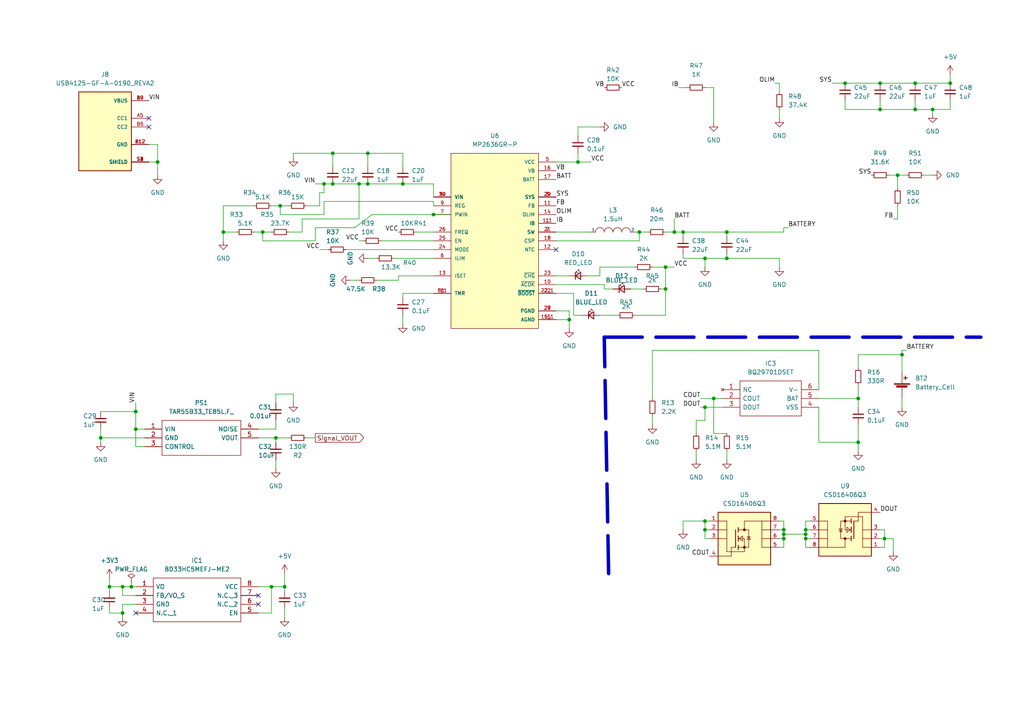
<source format=kicad_sch>
(kicad_sch (version 20211123) (generator eeschema)
  (paper "A4")
  (lib_symbols
    (symbol "BD33HC5MEFJ-ME2:BD33HC5MEFJ-ME2" (pin_names (offset 0.762))
      (property "Reference" "IC" (at 31.75 7.62 0))
      (property "Value" "BD33HC5MEFJ-ME2" (at 31.75 5.08 0))
      (symbol "BD33HC5MEFJ-ME2_0_0"
        (pin passive line (at 0 0 0) (length 5.08) (name "VO") (number "1"))
        (pin passive line (at 0 -2.54 0) (length 5.08) (name "FB/VO_S") (number "2"))
        (pin passive line (at 0 -5.08 0) (length 5.08) (name "GND") (number "3"))
        (pin passive line (at 0 -7.62 0) (length 5.08) (name "N.C._1") (number "4"))
        (pin passive line (at 35.56 -7.62 180) (length 5.08) (name "EN") (number "5"))
        (pin passive line (at 35.56 -5.08 180) (length 5.08) (name "N.C._2") (number "6"))
        (pin passive line (at 35.56 -2.54 180) (length 5.08) (name "N.C._3") (number "7"))
        (pin passive line (at 35.56 0 180) (length 5.08) (name "VCC") (number "8"))
      )
      (symbol "BD33HC5MEFJ-ME2_0_1"
        (polyline (pts (xy 5.08 2.54) (xy 30.48 2.54) (xy 30.48 -10.16) (xy 5.08 -10.16) (xy 5.08 2.54)) (stroke (width 0.1524)))
      )
    )
    (symbol "BQ29701DSET:BQ29701DSET" (pin_names (offset 0.762))
      (property "Reference" "IC" (at 24.13 7.62 0))
      (property "Value" "BQ29701DSET" (at 24.13 5.08 0))
      (symbol "BQ29701DSET_0_0"
        (pin no_connect line (at 0 0 0) (length 5.08) (name "NC") (number "1"))
        (pin passive line (at 0 -2.54 0) (length 5.08) (name "COUT") (number "2"))
        (pin passive line (at 0 -5.08 0) (length 5.08) (name "DOUT") (number "3"))
        (pin passive line (at 27.94 -5.08 180) (length 5.08) (name "VSS") (number "4"))
        (pin passive line (at 27.94 -2.54 180) (length 5.08) (name "BAT") (number "5"))
        (pin passive line (at 27.94 0 180) (length 5.08) (name "V-") (number "6"))
      )
      (symbol "BQ29701DSET_0_1"
        (polyline (pts (xy 5.08 2.54) (xy 22.86 2.54) (xy 22.86 -7.62) (xy 5.08 -7.62) (xy 5.08 2.54)) (stroke (width 0.1524)))
      )
    )
    (symbol "CSD16406Q3:CSD16406Q3" (pin_names (offset 1.016) hide)
      (property "Reference" "U" (at -7.62 8.382 0))
      (property "Value" "CSD16406Q3" (at -7.62 -8.382 0))
      (symbol "CSD16406Q3_0_0"
        (rectangle (start -7.62 -7.62) (end 7.62 7.62) (stroke (width 0.254)) (fill (type background)))
        (circle (center 0 -2.54) (radius 0.2032) (stroke (width 0.4064)))
        (polyline (pts (xy -7.62 -5.08) (xy -3.81 -5.08)) (stroke (width 0.1524)))
        (polyline (pts (xy -7.62 2.54) (xy -5.08 2.54)) (stroke (width 0.1524)))
        (polyline (pts (xy -7.62 5.08) (xy -5.08 5.08)) (stroke (width 0.1524)))
        (polyline (pts (xy -5.08 -3.81) (xy 0 -3.81)) (stroke (width 0.1524)))
        (polyline (pts (xy -5.08 0) (xy -7.62 0)) (stroke (width 0.1524)))
        (polyline (pts (xy -5.08 0) (xy -5.08 -3.81)) (stroke (width 0.1524)))
        (polyline (pts (xy -5.08 2.54) (xy -5.08 0)) (stroke (width 0.1524)))
        (polyline (pts (xy -5.08 5.08) (xy -5.08 2.54)) (stroke (width 0.1524)))
        (polyline (pts (xy -3.81 -5.08) (xy -3.81 -2.54)) (stroke (width 0.1524)))
        (polyline (pts (xy -3.81 -2.54) (xy -2.54 -2.54)) (stroke (width 0.1524)))
        (polyline (pts (xy -2.54 2.54) (xy -2.54 -2.54)) (stroke (width 0.254)))
        (polyline (pts (xy -1.778 -2.54) (xy -1.778 -3.175)) (stroke (width 0.254)))
        (polyline (pts (xy -1.778 -1.905) (xy -1.778 -2.54)) (stroke (width 0.254)))
        (polyline (pts (xy -1.778 0) (xy -1.778 -0.762)) (stroke (width 0.254)))
        (polyline (pts (xy -1.778 0) (xy 0 0)) (stroke (width 0.1524)))
        (polyline (pts (xy -1.778 0.762) (xy -1.778 0)) (stroke (width 0.254)))
        (polyline (pts (xy -1.778 2.54) (xy -1.778 1.905)) (stroke (width 0.254)))
        (polyline (pts (xy -1.778 2.54) (xy 0 2.54)) (stroke (width 0.1524)))
        (polyline (pts (xy -1.778 3.175) (xy -1.778 2.54)) (stroke (width 0.254)))
        (polyline (pts (xy 0 -3.81) (xy 0 -2.54)) (stroke (width 0.1524)))
        (polyline (pts (xy 0 -2.54) (xy -1.778 -2.54)) (stroke (width 0.1524)))
        (polyline (pts (xy 0 -2.54) (xy 1.27 -2.54)) (stroke (width 0.1524)))
        (polyline (pts (xy 0 0) (xy 0 -2.54)) (stroke (width 0.1524)))
        (polyline (pts (xy 0 2.54) (xy 1.27 2.54)) (stroke (width 0.1524)))
        (polyline (pts (xy 0 5.08) (xy 0 2.54)) (stroke (width 0.1524)))
        (polyline (pts (xy 1.27 0.508) (xy 0.762 0.508)) (stroke (width 0.1524)))
        (polyline (pts (xy 1.27 0.508) (xy 1.27 -2.54)) (stroke (width 0.1524)))
        (polyline (pts (xy 1.27 2.54) (xy 1.27 0.508)) (stroke (width 0.1524)))
        (polyline (pts (xy 1.778 0.508) (xy 1.27 0.508)) (stroke (width 0.1524)))
        (polyline (pts (xy 5.08 -2.54) (xy 5.08 0)) (stroke (width 0.1524)))
        (polyline (pts (xy 5.08 -2.54) (xy 7.62 -2.54)) (stroke (width 0.1524)))
        (polyline (pts (xy 5.08 0) (xy 5.08 2.54)) (stroke (width 0.1524)))
        (polyline (pts (xy 5.08 0) (xy 7.62 0)) (stroke (width 0.1524)))
        (polyline (pts (xy 5.08 2.54) (xy 5.08 5.08)) (stroke (width 0.1524)))
        (polyline (pts (xy 5.08 2.54) (xy 7.62 2.54)) (stroke (width 0.1524)))
        (polyline (pts (xy 5.08 5.08) (xy 0 5.08)) (stroke (width 0.1524)))
        (polyline (pts (xy 5.08 5.08) (xy 7.62 5.08)) (stroke (width 0.1524)))
        (polyline (pts (xy -1.524 0) (xy -0.508 0.762) (xy -0.508 -0.762) (xy -1.524 0)) (stroke (width 0.1524)) (fill (type background)))
        (polyline (pts (xy 1.27 0.508) (xy 0.762 -0.254) (xy 1.778 -0.254) (xy 1.27 0.508)) (stroke (width 0.1524)) (fill (type background)))
        (circle (center 0 2.54) (radius 0.2032) (stroke (width 0.4064)))
        (pin passive line (at -10.16 5.08 0) (length 2.54) (name "~") (number "1"))
        (pin passive line (at -10.16 2.54 0) (length 2.54) (name "~") (number "2"))
        (pin passive line (at -10.16 0 0) (length 2.54) (name "~") (number "3"))
        (pin passive line (at -10.16 -5.08 0) (length 2.54) (name "~") (number "4"))
        (pin passive line (at 10.16 -2.54 180) (length 2.54) (name "~") (number "5"))
        (pin passive line (at 10.16 0 180) (length 2.54) (name "~") (number "6"))
        (pin passive line (at 10.16 2.54 180) (length 2.54) (name "~") (number "7"))
        (pin passive line (at 10.16 5.08 180) (length 2.54) (name "~") (number "8"))
      )
    )
    (symbol "Device:Battery_Cell" (pin_numbers hide) (pin_names (offset 0) hide)
      (property "Reference" "BT" (at 2.54 2.54 0))
      (property "Value" "Battery_Cell" (at 2.54 0 0))
      (symbol "Battery_Cell_0_1"
        (rectangle (start -2.286 1.778) (end 2.286 1.524) (fill (type outline)))
        (rectangle (start -1.5748 1.1938) (end 1.4732 0.6858) (fill (type outline)))
        (polyline (pts (xy 0 0.762) (xy 0 0)))
        (polyline (pts (xy 0 1.778) (xy 0 2.54)))
        (polyline (pts (xy 0.508 3.429) (xy 1.524 3.429)) (stroke (width 0.254)))
        (polyline (pts (xy 1.016 3.937) (xy 1.016 2.921)) (stroke (width 0.254)))
      )
      (symbol "Battery_Cell_1_1"
        (pin passive line (at 0 5.08 270) (length 2.54) (name "+") (number "1"))
        (pin passive line (at 0 -2.54 90) (length 2.54) (name "-") (number "2"))
      )
    )
    (symbol "Device:C_Small" (pin_numbers hide) (pin_names (offset 0.254) hide)
      (property "Reference" "C" (at 0.254 1.778 0))
      (property "Value" "C_Small" (at 0.254 -2.032 0))
      (symbol "C_Small_0_1"
        (polyline (pts (xy -1.524 -0.508) (xy 1.524 -0.508)) (stroke (width 0.3302)))
        (polyline (pts (xy -1.524 0.508) (xy 1.524 0.508)) (stroke (width 0.3048)))
      )
      (symbol "C_Small_1_1"
        (pin passive line (at 0 2.54 270) (length 2.032) (name "~") (number "1"))
        (pin passive line (at 0 -2.54 90) (length 2.032) (name "~") (number "2"))
      )
    )
    (symbol "Device:LED_Small" (pin_numbers hide) (pin_names (offset 0.254) hide)
      (property "Reference" "D" (at -1.27 3.175 0))
      (property "Value" "LED_Small" (at -4.445 -2.54 0))
      (symbol "LED_Small_0_1"
        (polyline (pts (xy -0.762 -1.016) (xy -0.762 1.016)) (stroke (width 0.254)))
        (polyline (pts (xy 1.016 0) (xy -0.762 0)))
        (polyline (pts (xy 0.762 -1.016) (xy -0.762 0) (xy 0.762 1.016) (xy 0.762 -1.016)) (stroke (width 0.254)))
        (polyline (pts (xy 0 0.762) (xy -0.508 1.27) (xy -0.254 1.27) (xy -0.508 1.27) (xy -0.508 1.016)))
        (polyline (pts (xy 0.508 1.27) (xy 0 1.778) (xy 0.254 1.778) (xy 0 1.778) (xy 0 1.524)))
      )
      (symbol "LED_Small_1_1"
        (pin passive line (at -2.54 0 0) (length 1.778) (name "K") (number "1"))
        (pin passive line (at 2.54 0 180) (length 1.778) (name "A") (number "2"))
      )
    )
    (symbol "Device:R_Small" (pin_numbers hide) (pin_names (offset 0.254) hide)
      (property "Reference" "R" (at 0.762 0.508 0))
      (property "Value" "R_Small" (at 0.762 -1.016 0))
      (symbol "R_Small_0_1"
        (rectangle (start -0.762 1.778) (end 0.762 -1.778) (stroke (width 0.2032)))
      )
      (symbol "R_Small_1_1"
        (pin passive line (at 0 2.54 270) (length 0.762) (name "~") (number "1"))
        (pin passive line (at 0 -2.54 90) (length 0.762) (name "~") (number "2"))
      )
    )
    (symbol "MP2636GR-P:MP2636GR-P" (pin_names (offset 1.016))
      (property "Reference" "U" (at -12.7 25.908 0))
      (property "Value" "MP2636GR-P" (at -12.7 -27.94 0))
      (symbol "MP2636GR-P_0_0"
        (rectangle (start -12.7 -25.4) (end 12.7 25.4) (stroke (width 0.1524)) (fill (type background)))
        (pin passive line (at 17.78 5.08 180) (length 5.08) (name "IB") (number "1"))
        (pin output line (at 17.78 -12.7 180) (length 5.08) (name "~{ACOK}") (number "10"))
        (pin input line (at 17.78 10.16 180) (length 5.08) (name "FB") (number "11"))
        (pin passive line (at 17.78 -2.54 180) (length 5.08) (name "NTC") (number "12"))
        (pin input line (at -17.78 -10.16 0) (length 5.08) (name "ISET") (number "13"))
        (pin passive line (at 17.78 7.62 180) (length 5.08) (name "OLIM") (number "14"))
        (pin power_in line (at 17.78 -22.86 180) (length 5.08) (name "AGND") (number "15"))
        (pin power_in line (at 17.78 -22.86 180) (length 5.08) (name "AGND") (number "15_1"))
        (pin power_in line (at 17.78 20.32 180) (length 5.08) (name "VB") (number "16"))
        (pin power_in line (at 17.78 17.78 180) (length 5.08) (name "BATT") (number "17"))
        (pin input line (at 17.78 0 180) (length 5.08) (name "CSP") (number "18"))
        (pin input line (at -17.78 12.7 0) (length 5.08) (name "VIN") (number "19"))
        (pin passive line (at 17.78 5.08 180) (length 5.08) (name "IB") (number "1_1"))
        (pin output line (at 17.78 2.54 180) (length 5.08) (name "SW") (number "2"))
        (pin output line (at 17.78 12.7 180) (length 5.08) (name "SYS") (number "20"))
        (pin output line (at 17.78 2.54 180) (length 5.08) (name "SW") (number "21"))
        (pin output line (at 17.78 -15.24 180) (length 5.08) (name "~{BOOST}") (number "22"))
        (pin output line (at 17.78 -15.24 180) (length 5.08) (name "~{BOOST}") (number "22_1"))
        (pin output line (at 17.78 -10.16 180) (length 5.08) (name "~{CHG}") (number "23"))
        (pin input line (at -17.78 -2.54 0) (length 5.08) (name "MODE") (number "24"))
        (pin input line (at -17.78 0 0) (length 5.08) (name "EN") (number "25"))
        (pin input line (at -17.78 2.54 0) (length 5.08) (name "FREQ") (number "26"))
        (pin power_in line (at 17.78 -20.32 180) (length 5.08) (name "PGND") (number "27"))
        (pin power_in line (at 17.78 -20.32 180) (length 5.08) (name "PGND") (number "28"))
        (pin output line (at 17.78 12.7 180) (length 5.08) (name "SYS") (number "29"))
        (pin output line (at 17.78 12.7 180) (length 5.08) (name "SYS") (number "3"))
        (pin input line (at -17.78 12.7 0) (length 5.08) (name "VIN") (number "30"))
        (pin input line (at -17.78 12.7 0) (length 5.08) (name "VIN") (number "4"))
        (pin power_in line (at 17.78 22.86 180) (length 5.08) (name "VCC") (number "5"))
        (pin input line (at -17.78 -5.08 0) (length 5.08) (name "ILIM") (number "6"))
        (pin input line (at -17.78 7.62 0) (length 5.08) (name "PWIN") (number "7"))
        (pin input line (at -17.78 -15.24 0) (length 5.08) (name "TMR") (number "8"))
        (pin input line (at -17.78 -15.24 0) (length 5.08) (name "TMR") (number "8_1"))
        (pin input line (at -17.78 10.16 0) (length 5.08) (name "REG") (number "9"))
      )
    )
    (symbol "TAR5SB33_TE85L_F_:TAR5SB33_TE85L,F_" (pin_names (offset 0.762))
      (property "Reference" "PS" (at 29.21 7.62 0))
      (property "Value" "TAR5SB33_TE85L,F_" (at 29.21 5.08 0))
      (symbol "TAR5SB33_TE85L,F__0_0"
        (pin passive line (at 0 0 0) (length 5.08) (name "VIN") (number "1"))
        (pin passive line (at 0 -2.54 0) (length 5.08) (name "GND") (number "2"))
        (pin passive line (at 0 -5.08 0) (length 5.08) (name "CONTROL") (number "3"))
        (pin passive line (at 33.02 0 180) (length 5.08) (name "NOISE") (number "4"))
        (pin passive line (at 33.02 -2.54 180) (length 5.08) (name "VOUT") (number "5"))
      )
      (symbol "TAR5SB33_TE85L,F__0_1"
        (polyline (pts (xy 5.08 2.54) (xy 27.94 2.54) (xy 27.94 -7.62) (xy 5.08 -7.62) (xy 5.08 2.54)) (stroke (width 0.1524)))
      )
    )
    (symbol "USB4125-GF-A-0190_REVA2:USB4125-GF-A-0190_REVA2" (pin_names (offset 1.016))
      (property "Reference" "J" (at -7.62 10.922 0))
      (property "Value" "USB4125-GF-A-0190_REVA2" (at -7.62 -13.462 0))
      (symbol "USB4125-GF-A-0190_REVA2_0_0"
        (rectangle (start -7.62 -12.7) (end 7.62 10.16) (stroke (width 0.254)) (fill (type background)))
        (pin power_in line (at -12.7 -5.08 0) (length 5.08) (name "GND") (number "A12"))
        (pin bidirectional line (at -12.7 2.54 0) (length 5.08) (name "CC1") (number "A5"))
        (pin power_in line (at -12.7 7.62 0) (length 5.08) (name "VBUS") (number "A9"))
        (pin power_in line (at -12.7 -5.08 0) (length 5.08) (name "GND") (number "B12"))
        (pin bidirectional line (at -12.7 0 0) (length 5.08) (name "CC2") (number "B5"))
        (pin power_in line (at -12.7 7.62 0) (length 5.08) (name "VBUS") (number "B9"))
        (pin passive line (at -12.7 -10.16 0) (length 5.08) (name "SHIELD") (number "S1"))
        (pin passive line (at -12.7 -10.16 0) (length 5.08) (name "SHIELD") (number "S2"))
        (pin passive line (at -12.7 -10.16 0) (length 5.08) (name "SHIELD") (number "S3"))
        (pin passive line (at -12.7 -10.16 0) (length 5.08) (name "SHIELD") (number "S4"))
      )
    )
    (symbol "power:+3.3V" (power) (pin_names (offset 0))
      (property "Value" "+3.3V" (at 0 3.556 0))
      (symbol "+3.3V_0_1"
        (polyline (pts (xy -0.762 1.27) (xy 0 2.54)))
        (polyline (pts (xy 0 0) (xy 0 2.54)))
        (polyline (pts (xy 0 2.54) (xy 0.762 1.27)))
      )
      (symbol "+3.3V_1_1"
        (pin power_in line (at 0 0 90) (length 0) hide (name "+3V3") (number "1"))
      )
    )
    (symbol "power:+5V" (power) (pin_names (offset 0))
      (property "Value" "+5V" (at 0 3.556 0))
      (symbol "+5V_0_1"
        (polyline (pts (xy -0.762 1.27) (xy 0 2.54)))
        (polyline (pts (xy 0 0) (xy 0 2.54)))
        (polyline (pts (xy 0 2.54) (xy 0.762 1.27)))
      )
      (symbol "+5V_1_1"
        (pin power_in line (at 0 0 90) (length 0) hide (name "+5V") (number "1"))
      )
    )
    (symbol "power:GND" (power) (pin_names (offset 0))
      (property "Value" "GND" (at 0 -3.81 0))
      (symbol "GND_0_1"
        (polyline (pts (xy 0 0) (xy 0 -1.27) (xy 1.27 -1.27) (xy 0 -2.54) (xy -1.27 -1.27) (xy 0 -1.27)))
      )
      (symbol "GND_1_1"
        (pin power_in line (at 0 0 270) (length 0) hide (name "GND") (number "1"))
      )
    )
    (symbol "power:PWR_FLAG" (power) (pin_numbers hide) (pin_names (offset 0) hide)
      (property "Value" "PWR_FLAG" (at 0 3.81 0))
      (symbol "PWR_FLAG_0_0"
        (pin power_out line (at 0 0 90) (length 0) (name "pwr") (number "1"))
      )
      (symbol "PWR_FLAG_0_1"
        (polyline (pts (xy 0 0) (xy 0 1.27) (xy -1.016 1.905) (xy 0 2.54) (xy 1.016 1.905) (xy 0 1.27)))
      )
    )
    (symbol "pspice:INDUCTOR" (pin_numbers hide) (pin_names (offset 0))
      (property "Reference" "L" (at 0 2.54 0))
      (property "Value" "INDUCTOR" (at 0 -1.27 0))
      (symbol "INDUCTOR_0_1"
        (arc (start -2.54 0) (mid -3.81 1.27) (end -5.08 0))
        (arc (start 0 0) (mid -1.27 1.27) (end -2.54 0))
        (arc (start 2.54 0) (mid 1.27 1.27) (end 0 0))
        (arc (start 5.08 0) (mid 3.81 1.27) (end 2.54 0))
      )
      (symbol "INDUCTOR_1_1"
        (pin input line (at -6.35 0 0) (length 1.27) (name "1") (number "1"))
        (pin input line (at 6.35 0 180) (length 1.27) (name "2") (number "2"))
      )
    )
  )
  (junction (at 39.37 124.46))
  (junction (at 204.47 74.93))
  (junction (at 185.42 67.31))
  (junction (at 193.04 83.82))
  (junction (at 210.82 67.31))
  (junction (at 165.1 92.71))
  (junction (at 38.1 170.18))
  (junction (at 248.92 115.57))
  (junction (at 80.01 127))
  (junction (at 260.35 50.8))
  (junction (at 31.75 170.18))
  (junction (at 207.01 115.57))
  (junction (at 45.72 46.99))
  (junction (at 39.37 119.38))
  (junction (at 270.51 31.75))
  (junction (at 233.68 154.94))
  (junction (at 81.28 59.69))
  (junction (at 195.58 67.31))
  (junction (at 198.12 67.31))
  (junction (at 265.43 31.75))
  (junction (at 245.11 24.13))
  (junction (at 167.64 46.99))
  (junction (at 78.74 170.18))
  (junction (at 96.52 44.45))
  (junction (at 233.68 156.21))
  (junction (at 210.82 74.93))
  (junction (at 116.84 53.34))
  (junction (at 248.92 128.27))
  (junction (at 35.56 170.18))
  (junction (at 204.47 151.13))
  (junction (at 255.27 24.13))
  (junction (at 106.68 44.45))
  (junction (at 82.55 170.18))
  (junction (at 106.68 53.34))
  (junction (at 125.73 62.23))
  (junction (at 227.33 156.21))
  (junction (at 265.43 24.13))
  (junction (at 193.04 77.47))
  (junction (at 64.77 67.31))
  (junction (at 93.98 53.34))
  (junction (at 255.27 31.75))
  (junction (at 261.62 102.87))
  (junction (at 233.68 153.67))
  (junction (at 227.33 154.94))
  (junction (at 96.52 53.34))
  (junction (at 256.54 156.21))
  (junction (at 104.14 53.34))
  (junction (at 76.2 67.31))
  (junction (at 227.33 153.67))
  (junction (at 35.56 177.8))
  (junction (at 204.47 118.11))
  (junction (at 204.47 153.67))
  (junction (at 275.59 24.13))
  (junction (at 29.21 127))
  (no_connect (at 39.37 177.8))
  (no_connect (at 74.93 175.26))
  (no_connect (at 161.29 72.39))
  (no_connect (at 74.93 172.72))
  (no_connect (at 43.18 36.83))
  (no_connect (at 43.18 34.29))
  (wire (pts (xy 64.77 59.69) (xy 73.66 59.69)))
  (wire (pts (xy 31.75 170.18) (xy 35.56 170.18)))
  (wire (pts (xy 195.58 63.5) (xy 195.58 67.31)))
  (wire (pts (xy 29.21 127) (xy 41.91 127)))
  (wire (pts (xy 41.91 124.46) (xy 39.37 124.46)))
  (wire (pts (xy 204.47 156.21) (xy 205.74 156.21)))
  (wire (pts (xy 193.04 67.31) (xy 195.58 67.31)))
  (wire (pts (xy 189.23 77.47) (xy 193.04 77.47)))
  (wire (pts (xy 233.68 151.13) (xy 234.95 151.13)))
  (wire (pts (xy 233.68 151.13) (xy 233.68 153.67)))
  (wire (pts (xy 227.33 151.13) (xy 227.33 153.67)))
  (wire (pts (xy 265.43 31.75) (xy 270.51 31.75)))
  (wire (pts (xy 255.27 24.13) (xy 265.43 24.13)))
  (wire (pts (xy 104.14 63.5) (xy 104.14 53.34)))
  (wire (pts (xy 255.27 153.67) (xy 256.54 153.67)))
  (wire (pts (xy 237.49 128.27) (xy 248.92 128.27)))
  (wire (pts (xy 237.49 113.03) (xy 237.49 101.6)))
  (wire (pts (xy 109.22 74.93) (xy 106.68 74.93)))
  (wire (pts (xy 43.18 46.99) (xy 45.72 46.99)))
  (wire (pts (xy 106.68 53.34) (xy 116.84 53.34)))
  (wire (pts (xy 74.93 170.18) (xy 78.74 170.18)))
  (wire (pts (xy 91.44 66.04) (xy 91.44 69.85)))
  (wire (pts (xy 35.56 179.07) (xy 35.56 177.8)))
  (wire (pts (xy 260.35 50.8) (xy 260.35 54.61)))
  (wire (pts (xy 165.1 92.71) (xy 165.1 95.25)))
  (wire (pts (xy 257.81 50.8) (xy 260.35 50.8)))
  (wire (pts (xy 31.75 167.64) (xy 31.75 170.18)))
  (wire (pts (xy 265.43 29.21) (xy 265.43 31.75)))
  (wire (pts (xy 39.37 129.54) (xy 39.37 124.46)))
  (wire (pts (xy 210.82 67.31) (xy 198.12 67.31)))
  (wire (pts (xy 80.01 124.46) (xy 80.01 121.92)))
  (wire (pts (xy 198.12 74.93) (xy 204.47 74.93)))
  (wire (pts (xy 167.64 44.45) (xy 167.64 46.99)))
  (wire (pts (xy 233.68 153.67) (xy 233.68 154.94)))
  (wire (pts (xy 173.99 77.47) (xy 184.15 77.47)))
  (wire (pts (xy 85.09 44.45) (xy 96.52 44.45)))
  (wire (pts (xy 227.33 153.67) (xy 226.06 153.67)))
  (wire (pts (xy 64.77 67.31) (xy 64.77 69.85)))
  (wire (pts (xy 245.11 24.13) (xy 255.27 24.13)))
  (wire (pts (xy 92.71 72.39) (xy 95.25 72.39)))
  (wire (pts (xy 76.2 69.85) (xy 76.2 67.31)))
  (wire (pts (xy 204.47 153.67) (xy 205.74 153.67)))
  (wire (pts (xy 204.47 118.11) (xy 209.55 118.11)))
  (wire (pts (xy 93.98 62.23) (xy 81.28 62.23)))
  (wire (pts (xy 110.49 69.85) (xy 125.73 69.85)))
  (wire (pts (xy 248.92 128.27) (xy 248.92 130.81)))
  (wire (pts (xy 198.12 153.67) (xy 198.12 151.13)))
  (wire (pts (xy 198.12 67.31) (xy 198.12 68.58)))
  (wire (pts (xy 261.62 107.95) (xy 261.62 102.87)))
  (wire (pts (xy 201.93 130.81) (xy 201.93 133.35)))
  (wire (pts (xy 91.44 69.85) (xy 76.2 69.85)))
  (wire (pts (xy 80.01 127) (xy 80.01 128.27)))
  (wire (pts (xy 182.88 83.82) (xy 186.69 83.82)))
  (wire (pts (xy 227.33 66.04) (xy 228.6 66.04)))
  (wire (pts (xy 116.84 91.44) (xy 116.84 93.98)))
  (wire (pts (xy 201.93 121.92) (xy 204.47 121.92)))
  (wire (pts (xy 259.08 156.21) (xy 256.54 156.21)))
  (wire (pts (xy 203.2 118.11) (xy 204.47 118.11)))
  (wire (pts (xy 275.59 21.59) (xy 275.59 24.13)))
  (wire (pts (xy 78.74 170.18) (xy 82.55 170.18)))
  (wire (pts (xy 227.33 154.94) (xy 227.33 156.21)))
  (wire (pts (xy 170.18 80.01) (xy 173.99 80.01)))
  (wire (pts (xy 82.55 176.53) (xy 82.55 179.07)))
  (wire (pts (xy 68.58 67.31) (xy 64.77 67.31)))
  (wire (pts (xy 64.77 67.31) (xy 64.77 59.69)))
  (wire (pts (xy 74.93 124.46) (xy 80.01 124.46)))
  (wire (pts (xy 260.35 63.5) (xy 259.08 63.5)))
  (wire (pts (xy 224.79 24.13) (xy 226.06 24.13)))
  (wire (pts (xy 125.73 53.34) (xy 125.73 57.15)))
  (wire (pts (xy 78.74 177.8) (xy 78.74 170.18)))
  (wire (pts (xy 45.72 46.99) (xy 45.72 50.8)))
  (wire (pts (xy 210.82 130.81) (xy 210.82 133.35)))
  (wire (pts (xy 265.43 24.13) (xy 275.59 24.13)))
  (wire (pts (xy 193.04 83.82) (xy 191.77 83.82)))
  (wire (pts (xy 245.11 29.21) (xy 245.11 31.75)))
  (wire (pts (xy 198.12 151.13) (xy 204.47 151.13)))
  (wire (pts (xy 166.37 91.44) (xy 168.91 91.44)))
  (wire (pts (xy 237.49 118.11) (xy 237.49 128.27)))
  (wire (pts (xy 210.82 67.31) (xy 227.33 67.31)))
  (wire (pts (xy 204.47 74.93) (xy 204.47 77.47)))
  (wire (pts (xy 85.09 114.3) (xy 85.09 116.84)))
  (wire (pts (xy 193.04 77.47) (xy 193.04 83.82)))
  (wire (pts (xy 227.33 67.31) (xy 227.33 66.04)))
  (wire (pts (xy 207.01 25.4) (xy 207.01 35.56)))
  (wire (pts (xy 92.71 59.69) (xy 92.71 55.88)))
  (wire (pts (xy 76.2 67.31) (xy 78.74 67.31)))
  (wire (pts (xy 107.95 62.23) (xy 102.87 66.04)))
  (wire (pts (xy 233.68 158.75) (xy 234.95 158.75)))
  (wire (pts (xy 256.54 153.67) (xy 256.54 156.21)))
  (polyline (pts (xy 175.26 97.79) (xy 284.48 97.79)) (stroke (width 1)))
  (wire (pts (xy 261.62 115.57) (xy 261.62 118.11)))
  (wire (pts (xy 226.06 24.13) (xy 226.06 26.67)))
  (wire (pts (xy 161.29 85.09) (xy 166.37 85.09)))
  (wire (pts (xy 125.73 62.23) (xy 107.95 62.23)))
  (wire (pts (xy 104.14 69.85) (xy 105.41 69.85)))
  (wire (pts (xy 29.21 119.38) (xy 39.37 119.38)))
  (wire (pts (xy 114.3 74.93) (xy 125.73 74.93)))
  (wire (pts (xy 85.09 45.72) (xy 85.09 44.45)))
  (wire (pts (xy 175.26 83.82) (xy 177.8 83.82)))
  (wire (pts (xy 233.68 156.21) (xy 234.95 156.21)))
  (wire (pts (xy 198.12 73.66) (xy 198.12 74.93)))
  (wire (pts (xy 255.27 31.75) (xy 265.43 31.75)))
  (wire (pts (xy 248.92 115.57) (xy 248.92 118.11)))
  (wire (pts (xy 227.33 151.13) (xy 226.06 151.13)))
  (wire (pts (xy 45.72 41.91) (xy 45.72 46.99)))
  (wire (pts (xy 96.52 53.34) (xy 104.14 53.34)))
  (wire (pts (xy 96.52 44.45) (xy 106.68 44.45)))
  (wire (pts (xy 185.42 67.31) (xy 187.96 67.31)))
  (wire (pts (xy 82.55 166.37) (xy 82.55 170.18)))
  (wire (pts (xy 161.29 90.17) (xy 165.1 90.17)))
  (wire (pts (xy 173.99 91.44) (xy 179.07 91.44)))
  (wire (pts (xy 80.01 133.35) (xy 80.01 135.89)))
  (wire (pts (xy 31.75 171.45) (xy 31.75 170.18)))
  (wire (pts (xy 248.92 102.87) (xy 248.92 106.68)))
  (wire (pts (xy 260.35 59.69) (xy 260.35 63.5)))
  (wire (pts (xy 115.57 80.01) (xy 115.57 81.28)))
  (wire (pts (xy 210.82 125.73) (xy 207.01 125.73)))
  (wire (pts (xy 185.42 69.85) (xy 185.42 67.31)))
  (wire (pts (xy 184.15 91.44) (xy 193.04 91.44)))
  (wire (pts (xy 81.28 62.23) (xy 81.28 59.69)))
  (wire (pts (xy 106.68 44.45) (xy 116.84 44.45)))
  (wire (pts (xy 255.27 156.21) (xy 256.54 156.21)))
  (wire (pts (xy 196.85 25.4) (xy 199.39 25.4)))
  (wire (pts (xy 259.08 160.02) (xy 259.08 156.21)))
  (wire (pts (xy 248.92 111.76) (xy 248.92 115.57)))
  (wire (pts (xy 241.3 24.13) (xy 245.11 24.13)))
  (wire (pts (xy 227.33 153.67) (xy 227.33 154.94)))
  (wire (pts (xy 87.63 63.5) (xy 104.14 63.5)))
  (wire (pts (xy 195.58 67.31) (xy 198.12 67.31)))
  (wire (pts (xy 38.1 168.91) (xy 38.1 170.18)))
  (wire (pts (xy 35.56 172.72) (xy 35.56 170.18)))
  (wire (pts (xy 106.68 44.45) (xy 106.68 48.26)))
  (wire (pts (xy 260.35 50.8) (xy 262.89 50.8)))
  (wire (pts (xy 193.04 77.47) (xy 195.58 77.47)))
  (wire (pts (xy 175.26 82.55) (xy 175.26 83.82)))
  (wire (pts (xy 248.92 128.27) (xy 248.92 123.19)))
  (wire (pts (xy 167.64 36.83) (xy 173.99 36.83)))
  (wire (pts (xy 201.93 125.73) (xy 201.93 121.92)))
  (wire (pts (xy 35.56 170.18) (xy 38.1 170.18)))
  (wire (pts (xy 116.84 85.09) (xy 125.73 85.09)))
  (wire (pts (xy 100.33 72.39) (xy 125.73 72.39)))
  (wire (pts (xy 125.73 58.42) (xy 93.98 58.42)))
  (wire (pts (xy 125.73 58.42) (xy 125.73 59.69)))
  (wire (pts (xy 104.14 53.34) (xy 106.68 53.34)))
  (wire (pts (xy 78.74 59.69) (xy 81.28 59.69)))
  (wire (pts (xy 193.04 91.44) (xy 193.04 83.82)))
  (wire (pts (xy 267.97 50.8) (xy 270.51 50.8)))
  (wire (pts (xy 39.37 119.38) (xy 39.37 116.84)))
  (wire (pts (xy 226.06 74.93) (xy 226.06 77.47)))
  (wire (pts (xy 270.51 31.75) (xy 275.59 31.75)))
  (wire (pts (xy 74.93 127) (xy 80.01 127)))
  (wire (pts (xy 38.1 170.18) (xy 39.37 170.18)))
  (wire (pts (xy 39.37 124.46) (xy 39.37 119.38)))
  (wire (pts (xy 261.62 101.6) (xy 261.62 102.87)))
  (wire (pts (xy 81.28 59.69) (xy 83.82 59.69)))
  (wire (pts (xy 207.01 115.57) (xy 209.55 115.57)))
  (wire (pts (xy 43.18 41.91) (xy 45.72 41.91)))
  (wire (pts (xy 96.52 48.26) (xy 96.52 44.45)))
  (wire (pts (xy 88.9 59.69) (xy 92.71 59.69)))
  (wire (pts (xy 104.14 81.28) (xy 101.6 81.28)))
  (wire (pts (xy 233.68 156.21) (xy 233.68 158.75)))
  (wire (pts (xy 31.75 177.8) (xy 35.56 177.8)))
  (wire (pts (xy 35.56 172.72) (xy 39.37 172.72)))
  (wire (pts (xy 171.45 46.99) (xy 167.64 46.99)))
  (wire (pts (xy 116.84 86.36) (xy 116.84 85.09)))
  (wire (pts (xy 256.54 156.21) (xy 256.54 158.75)))
  (wire (pts (xy 275.59 31.75) (xy 275.59 29.21)))
  (wire (pts (xy 210.82 68.58) (xy 210.82 67.31)))
  (wire (pts (xy 166.37 85.09) (xy 166.37 91.44)))
  (wire (pts (xy 120.65 67.31) (xy 125.73 67.31)))
  (wire (pts (xy 227.33 154.94) (xy 233.68 154.94)))
  (wire (pts (xy 161.29 80.01) (xy 165.1 80.01)))
  (wire (pts (xy 227.33 156.21) (xy 226.06 156.21)))
  (wire (pts (xy 245.11 31.75) (xy 255.27 31.75)))
  (wire (pts (xy 255.27 29.21) (xy 255.27 31.75)))
  (wire (pts (xy 35.56 177.8) (xy 35.56 175.26)))
  (wire (pts (xy 35.56 175.26) (xy 39.37 175.26)))
  (wire (pts (xy 167.64 39.37) (xy 167.64 36.83)))
  (wire (pts (xy 204.47 153.67) (xy 204.47 156.21)))
  (wire (pts (xy 93.98 58.42) (xy 93.98 62.23)))
  (wire (pts (xy 210.82 74.93) (xy 210.82 73.66)))
  (wire (pts (xy 83.82 127) (xy 80.01 127)))
  (wire (pts (xy 102.87 66.04) (xy 91.44 66.04)))
  (wire (pts (xy 205.74 151.13) (xy 204.47 151.13)))
  (wire (pts (xy 204.47 151.13) (xy 204.47 153.67)))
  (wire (pts (xy 73.66 67.31) (xy 76.2 67.31)))
  (wire (pts (xy 83.82 67.31) (xy 87.63 67.31)))
  (wire (pts (xy 237.49 101.6) (xy 189.23 101.6)))
  (wire (pts (xy 115.57 81.28) (xy 109.22 81.28)))
  (wire (pts (xy 262.89 101.6) (xy 261.62 101.6)))
  (wire (pts (xy 161.29 67.31) (xy 171.45 67.31)))
  (wire (pts (xy 29.21 127) (xy 29.21 128.27)))
  (wire (pts (xy 161.29 82.55) (xy 175.26 82.55)))
  (wire (pts (xy 165.1 90.17) (xy 165.1 92.71)))
  (wire (pts (xy 80.01 114.3) (xy 85.09 114.3)))
  (wire (pts (xy 167.64 46.99) (xy 161.29 46.99)))
  (wire (pts (xy 80.01 116.84) (xy 80.01 114.3)))
  (wire (pts (xy 93.98 55.88) (xy 93.98 53.34)))
  (wire (pts (xy 203.2 115.57) (xy 207.01 115.57)))
  (wire (pts (xy 261.62 102.87) (xy 248.92 102.87)))
  (wire (pts (xy 82.55 171.45) (xy 82.55 170.18)))
  (wire (pts (xy 210.82 74.93) (xy 226.06 74.93)))
  (polyline (pts (xy 176.53 166.37) (xy 175.26 97.79)) (stroke (width 1)))
  (wire (pts (xy 91.44 53.34) (xy 93.98 53.34)))
  (wire (pts (xy 173.99 80.01) (xy 173.99 77.47)))
  (wire (pts (xy 130.81 62.23) (xy 125.73 62.23)))
  (wire (pts (xy 270.51 31.75) (xy 270.51 33.02)))
  (wire (pts (xy 116.84 44.45) (xy 116.84 48.26)))
  (wire (pts (xy 74.93 177.8) (xy 78.74 177.8)))
  (wire (pts (xy 125.73 80.01) (xy 115.57 80.01)))
  (wire (pts (xy 256.54 158.75) (xy 255.27 158.75)))
  (wire (pts (xy 237.49 115.57) (xy 248.92 115.57)))
  (wire (pts (xy 204.47 121.92) (xy 204.47 118.11)))
  (wire (pts (xy 161.29 69.85) (xy 185.42 69.85)))
  (wire (pts (xy 233.68 153.67) (xy 234.95 153.67)))
  (wire (pts (xy 41.91 129.54) (xy 39.37 129.54)))
  (wire (pts (xy 31.75 176.53) (xy 31.75 177.8)))
  (wire (pts (xy 189.23 101.6) (xy 189.23 115.57)))
  (wire (pts (xy 189.23 120.65) (xy 189.23 123.19)))
  (wire (pts (xy 92.71 55.88) (xy 93.98 55.88)))
  (wire (pts (xy 233.68 154.94) (xy 233.68 156.21)))
  (wire (pts (xy 165.1 92.71) (xy 161.29 92.71)))
  (wire (pts (xy 91.44 127) (xy 88.9 127)))
  (wire (pts (xy 184.15 67.31) (xy 185.42 67.31)))
  (wire (pts (xy 227.33 156.21) (xy 227.33 158.75)))
  (wire (pts (xy 204.47 25.4) (xy 207.01 25.4)))
  (wire (pts (xy 204.47 74.93) (xy 210.82 74.93)))
  (wire (pts (xy 207.01 125.73) (xy 207.01 115.57)))
  (wire (pts (xy 226.06 31.75) (xy 226.06 34.29)))
  (wire (pts (xy 87.63 67.31) (xy 87.63 63.5)))
  (wire (pts (xy 93.98 53.34) (xy 96.52 53.34)))
  (wire (pts (xy 227.33 158.75) (xy 226.06 158.75)))
  (wire (pts (xy 116.84 53.34) (xy 125.73 53.34)))
  (wire (pts (xy 29.21 124.46) (xy 29.21 127)))
  (label "COUT" (at 203.2 115.57 180))
  (label "OLIM" (at 161.29 62.23 0))
  (label "VCC" (at 171.45 46.99 0))
  (label "BATTERY" (at 228.6 66.04 0))
  (label "IB" (at 196.85 25.4 180))
  (label "VB" (at 161.29 49.53 0))
  (label "DOUT" (at 203.2 118.11 180))
  (label "BATT" (at 195.58 63.5 0))
  (label "VCC" (at 195.58 77.47 0))
  (label "VCC" (at 115.57 67.31 180))
  (label "IB" (at 161.29 64.77 0))
  (label "BATTERY" (at 262.89 101.6 0))
  (label "SYS" (at 161.29 57.15 0))
  (label "VIN" (at 43.18 29.21 0))
  (label "SYS" (at 252.73 50.8 180))
  (label "VB" (at 175.26 25.4 180))
  (label "OLIM" (at 224.79 24.13 180))
  (label "VCC" (at 180.34 25.4 0))
  (label "VCC" (at 92.71 72.39 180))
  (label "DOUT" (at 255.27 148.59 0))
  (label "COUT" (at 205.74 161.29 180))
  (label "VCC" (at 104.14 69.85 180))
  (label "FB" (at 259.08 63.5 180))
  (label "BATT" (at 161.29 52.07 0))
  (label "SYS" (at 241.3 24.13 180))
  (label "VIN" (at 91.44 53.34 180))
  (label "FB" (at 161.29 59.69 0))
  (label "VIN" (at 39.37 116.84 90))
  (global_label "Signal_VOUT" (shape output) (at 91.44 127 0) (property "Intersheet References" "${INTERSHEET_REFS}" (effects hide)))
  (symbol (lib_id "USB4125-GF-A-0190_REVA2:USB4125-GF-A-0190_REVA2") (at 30.48 36.83 0) (mirror y) (unit 1)
    (property "Reference" "J8" (at 30.48 21.59 0))
    (property "Value" "USB4125-GF-A-0190_REVA2" (at 30.48 24.13 0))
    (property "Footprint" "USB4125-GF-A-0190_REVA2:GCT_USB4125-GF-A-0190_REVA2" (effects hide))
    (property "MANUFACTURER" "GCT" (effects hide))
    (property "STANDARD" "Manufacturer Recommendations" (effects hide))
    (property "MAXIMUM_PACKAGE_HEIGHT" "3.16 mm" (effects hide))
    (property "PARTREV" "Rev A2" (effects hide))
  )
  (symbol (lib_id "power:GND") (at 165.1 95.25 0) (unit 1)
    (property "Reference" "#PWR0116" (effects hide))
    (property "Value" "GND" (at 165.1 100.33 0))
  )
  (symbol (lib_id "power:GND") (at 204.47 77.47 0) (unit 1)
    (property "Reference" "#PWR0123" (effects hide))
    (property "Value" "GND" (at 204.47 82.55 0))
  )
  (symbol (lib_id "power:GND") (at 189.23 123.19 0) (unit 1)
    (property "Reference" "#PWR0102" (effects hide))
    (property "Value" "GND" (at 189.23 128.27 0))
  )
  (symbol (lib_id "TAR5SB33_TE85L_F_:TAR5SB33_TE85L,F_") (at 41.91 124.46 0) (unit 1)
    (property "Reference" "PS1" (at 58.42 116.84 0))
    (property "Value" "TAR5SB33_TE85L,F_" (at 58.42 119.38 0))
    (property "Footprint" "TAR5S33:SOT95P275X140-5N" (effects hide))
    (property "Datasheet" "https://toshiba.semicon-storage.com/info/docget.jsp?did=18320&prodName=TAR5SB33" (effects hide))
    (property "Description" "LDO Voltage Regulators Point Reg SGL output 200mA 15V 3.3Vout" (effects hide))
    (property "Height" "1.4" (effects hide))
    (property "Manufacturer_Name" "Toshiba" (effects hide))
    (property "Manufacturer_Part_Number" "TAR5SB33(TE85L,F)" (effects hide))
    (property "Mouser Part Number" "757-TAR5SB33TE85LF" (effects hide))
    (property "Mouser Price/Stock" "https://www.mouser.co.uk/ProductDetail/Toshiba/TAR5SB33TE85LF?qs=8TQFHmocP6w0Wzk2vyrevQ%3D%3D" (effects hide))
  )
  (symbol (lib_id "Device:C_Small") (at 31.75 173.99 180) (unit 1)
    (property "Reference" "C30" (at 26.67 173.99 0) (effects (justify right)))
    (property "Value" "1uF" (at 26.67 176.53 0) (effects (justify right)))
    (property "Footprint" "Capacitor_SMD:C_0603_1608Metric" (effects hide))
  )
  (symbol (lib_id "Device:R_Small") (at 97.79 72.39 90) (unit 1)
    (property "Reference" "R37" (at 96.52 67.31 90))
    (property "Value" "10K" (at 96.52 69.85 90))
    (property "Footprint" "Resistor_SMD:R_0603_1608Metric" (effects hide))
  )
  (symbol (lib_id "Device:R_Small") (at 226.06 29.21 180) (unit 1)
    (property "Reference" "R48" (at 228.6 27.9399 0) (effects (justify right)))
    (property "Value" "37.4K" (at 228.6 30.4799 0) (effects (justify right)))
    (property "Footprint" "Resistor_SMD:R_0603_1608Metric" (effects hide))
  )
  (symbol (lib_id "Device:C_Small") (at 245.11 26.67 0) (unit 1)
    (property "Reference" "C45" (at 247.65 25.4062 0) (effects (justify left)))
    (property "Value" "22uF" (at 247.65 27.9462 0) (effects (justify left)))
    (property "Footprint" "Capacitor_SMD:C_1206_3216Metric" (effects hide))
  )
  (symbol (lib_id "Device:C_Small") (at 106.68 50.8 0) (unit 1)
    (property "Reference" "C18" (at 109.22 49.5362 0) (effects (justify left)))
    (property "Value" "1uF" (at 109.22 52.0762 0) (effects (justify left)))
    (property "Footprint" "Capacitor_SMD:C_0603_1608Metric" (effects hide))
  )
  (symbol (lib_id "Device:C_Small") (at 116.84 88.9 0) (unit 1)
    (property "Reference" "C27" (at 119.38 87.6362 0) (effects (justify left)))
    (property "Value" "0.1uF" (at 119.38 90.1762 0) (effects (justify left)))
    (property "Footprint" "Capacitor_SMD:C_0603_1608Metric" (effects hide))
  )
  (symbol (lib_id "power:GND") (at 80.01 135.89 0) (unit 1)
    (property "Reference" "#PWR035" (effects hide))
    (property "Value" "GND" (at 80.01 140.97 0))
  )
  (symbol (lib_id "Device:Battery_Cell") (at 261.62 113.03 0) (unit 1)
    (property "Reference" "BT2" (at 265.43 109.7279 0) (effects (justify left)))
    (property "Value" "Battery_Cell" (at 265.43 112.2679 0) (effects (justify left)))
    (property "Footprint" "Connector_PinHeader_2.54mm:PinHeader_1x02_P2.54mm_Vertical" (effects hide))
  )
  (symbol (lib_id "Device:R_Small") (at 201.93 128.27 180) (unit 1)
    (property "Reference" "R14" (at 204.47 126.9999 0) (effects (justify right)))
    (property "Value" "5.1M" (at 204.47 129.5399 0) (effects (justify right)))
    (property "Footprint" "Resistor_SMD:R_0603_1608Metric" (effects hide))
  )
  (symbol (lib_id "power:GND") (at 101.6 81.28 270) (unit 1)
    (property "Reference" "#PWR0121" (effects hide))
    (property "Value" "GND" (at 96.52 81.28 0))
  )
  (symbol (lib_id "Device:R_Small") (at 181.61 91.44 90) (unit 1)
    (property "Reference" "R43" (at 181.61 87.63 90))
    (property "Value" "2K" (at 181.61 88.9 90))
    (property "Footprint" "Resistor_SMD:R_0603_1608Metric" (effects hide))
  )
  (symbol (lib_id "power:GND") (at 261.62 118.11 0) (unit 1)
    (property "Reference" "#PWR0113" (effects hide))
    (property "Value" "GND" (at 261.62 123.19 0))
  )
  (symbol (lib_id "power:GND") (at 226.06 34.29 0) (unit 1)
    (property "Reference" "#PWR0124" (effects hide))
    (property "Value" "GND" (at 226.06 39.37 0))
  )
  (symbol (lib_id "power:GND") (at 116.84 93.98 0) (unit 1)
    (property "Reference" "#PWR0117" (effects hide))
    (property "Value" "GND" (at 119.38 95.2499 0) (effects (justify left)))
  )
  (symbol (lib_id "pspice:INDUCTOR") (at 177.8 67.31 0) (unit 1)
    (property "Reference" "L3" (at 177.8 60.96 0))
    (property "Value" "1.5uH" (at 177.8 63.5 0))
    (property "Footprint" "744311150:WE-HCI_7030_7040_705023" (effects hide))
  )
  (symbol (lib_id "Device:R_Small") (at 210.82 128.27 180) (unit 1)
    (property "Reference" "R15" (at 213.36 126.9999 0) (effects (justify right)))
    (property "Value" "5.1M" (at 213.36 129.5399 0) (effects (justify right)))
    (property "Footprint" "Resistor_SMD:R_0603_1608Metric" (effects hide))
  )
  (symbol (lib_id "power:GND") (at 270.51 33.02 0) (unit 1)
    (property "Reference" "#PWR0127" (effects hide))
    (property "Value" "GND" (at 270.51 38.1 0))
  )
  (symbol (lib_id "power:GND") (at 85.09 116.84 0) (unit 1)
    (property "Reference" "#PWR038" (effects hide))
    (property "Value" "GND" (at 85.09 121.92 0))
  )
  (symbol (lib_id "CSD16406Q3:CSD16406Q3") (at 215.9 156.21 0) (unit 1)
    (property "Reference" "U5" (at 215.9 143.51 0))
    (property "Value" "CSD16406Q3" (at 215.9 146.05 0))
    (property "Footprint" "CSD16406Q3:TRANS_CSD16406Q3" (effects hide))
    (property "TEXAS_INSTRUMENTS-PURCHASE-URL" "https://snapeda.com/shop?store=Texas+Instruments&id=288071" (effects hide))
    (property "PACKAGE" "VSON-CLIP-8 Texas Instruments" (effects hide))
    (property "MF" "Texas Instruments" (effects hide))
    (property "MOUSER-PURCHASE-URL" "https://snapeda.com/shop?store=Mouser&id=288071" (effects hide))
    (property "PRICE" "None" (effects hide))
    (property "MP" "CSD16406Q3" (effects hide))
    (property "DIGIKEY-PURCHASE-URL" "https://snapeda.com/shop?store=DigiKey&id=288071" (effects hide))
    (property "AVAILABILITY" "Good" (effects hide))
    (property "DESCRIPTION" "25V, N ch NexFET MOSFET, single SON3x3, 7.4mOhm 8-VSON-CLIP -55 to 150" (effects hide))
  )
  (symbol (lib_id "Device:C_Small") (at 116.84 50.8 0) (unit 1)
    (property "Reference" "C20" (at 119.38 49.5362 0) (effects (justify left)))
    (property "Value" "1uF" (at 119.38 52.0762 0) (effects (justify left)))
    (property "Footprint" "Capacitor_SMD:C_0603_1608Metric" (effects hide))
  )
  (symbol (lib_id "power:GND") (at 210.82 133.35 0) (unit 1)
    (property "Reference" "#PWR0130" (effects hide))
    (property "Value" "GND" (at 210.82 138.43 0))
  )
  (symbol (lib_id "power:GND") (at 201.93 133.35 0) (unit 1)
    (property "Reference" "#PWR0129" (effects hide))
    (property "Value" "GND" (at 201.93 138.43 0))
  )
  (symbol (lib_id "Device:R_Small") (at 189.23 83.82 90) (unit 1)
    (property "Reference" "R45" (at 189.23 80.01 90))
    (property "Value" "2K" (at 189.23 81.28 90))
    (property "Footprint" "Resistor_SMD:R_0603_1608Metric" (effects hide))
  )
  (symbol (lib_id "Device:C_Small") (at 210.82 71.12 0) (unit 1)
    (property "Reference" "C44" (at 213.36 69.8562 0) (effects (justify left)))
    (property "Value" "22uF" (at 213.36 72.3962 0) (effects (justify left)))
    (property "Footprint" "Capacitor_SMD:C_1206_3216Metric" (effects hide))
  )
  (symbol (lib_id "power:GND") (at 45.72 50.8 0) (unit 1)
    (property "Reference" "#PWR0119" (effects hide))
    (property "Value" "GND" (at 45.72 55.88 0))
  )
  (symbol (lib_id "power:+5V") (at 275.59 21.59 0) (unit 1)
    (property "Reference" "#PWR039" (effects hide))
    (property "Value" "+5V" (at 275.59 16.51 0))
  )
  (symbol (lib_id "power:GND") (at 207.01 35.56 0) (unit 1)
    (property "Reference" "#PWR0125" (effects hide))
    (property "Value" "GND" (at 207.01 40.64 0))
  )
  (symbol (lib_id "power:PWR_FLAG") (at 38.1 168.91 0) (unit 1)
    (property "Reference" "#FLG01" (effects hide))
    (property "Value" "PWR_FLAG" (at 38.1 165.1 0))
  )
  (symbol (lib_id "Device:R_Small") (at 111.76 74.93 270) (unit 1)
    (property "Reference" "R40" (at 116.84 76.2 90) (effects (justify left)))
    (property "Value" "13.3K" (at 110.49 77.47 90) (effects (justify left)))
    (property "Footprint" "Resistor_SMD:R_0603_1608Metric" (effects hide))
  )
  (symbol (lib_id "Device:C_Small") (at 80.01 130.81 180) (unit 1)
    (property "Reference" "C32" (at 74.93 129.54 0) (effects (justify right)))
    (property "Value" "10uF" (at 74.93 132.08 0) (effects (justify right)))
    (property "Footprint" "Capacitor_SMD:C_0603_1608Metric" (effects hide))
  )
  (symbol (lib_id "Device:R_Small") (at 189.23 118.11 180) (unit 1)
    (property "Reference" "R13" (at 191.77 116.8399 0) (effects (justify right)))
    (property "Value" "2.2K" (at 191.77 119.3799 0) (effects (justify right)))
    (property "Footprint" "Resistor_SMD:R_0603_1608Metric" (effects hide))
  )
  (symbol (lib_id "Device:C_Small") (at 248.92 120.65 0) (unit 1)
    (property "Reference" "C34" (at 251.46 119.3862 0) (effects (justify left)))
    (property "Value" "0.1uF" (at 251.46 121.9262 0) (effects (justify left)))
    (property "Footprint" "Resistor_SMD:R_0805_2012Metric" (effects hide))
  )
  (symbol (lib_id "Device:C_Small") (at 198.12 71.12 0) (unit 1)
    (property "Reference" "C38" (at 200.66 69.8562 0) (effects (justify left)))
    (property "Value" "22uF" (at 200.66 72.3962 0) (effects (justify left)))
    (property "Footprint" "Capacitor_SMD:C_1206_3216Metric" (effects hide))
  )
  (symbol (lib_id "Device:R_Small") (at 255.27 50.8 90) (unit 1)
    (property "Reference" "R49" (at 255.27 44.45 90))
    (property "Value" "31.6K" (at 255.27 46.99 90))
    (property "Footprint" "Resistor_SMD:R_0603_1608Metric" (effects hide))
  )
  (symbol (lib_id "Device:LED_Small") (at 167.64 80.01 0) (unit 1)
    (property "Reference" "D10" (at 167.7035 73.66 0))
    (property "Value" "RED_LED" (at 167.7035 76.2 0))
    (property "Footprint" "LED_SMD:LED_0603_1608Metric" (effects hide))
  )
  (symbol (lib_id "Device:C_Small") (at 275.59 26.67 0) (unit 1)
    (property "Reference" "C48" (at 278.13 25.4062 0) (effects (justify left)))
    (property "Value" "1uF" (at 278.13 27.9462 0) (effects (justify left)))
    (property "Footprint" "Capacitor_SMD:C_0603_1608Metric" (effects hide))
  )
  (symbol (lib_id "power:+5V") (at 82.55 166.37 0) (unit 1)
    (property "Reference" "#PWR036" (effects hide))
    (property "Value" "+5V" (at 82.55 161.29 0))
  )
  (symbol (lib_id "Device:C_Small") (at 96.52 50.8 0) (unit 1)
    (property "Reference" "C12" (at 99.06 49.5362 0) (effects (justify left)))
    (property "Value" "22uF" (at 99.06 52.0762 0) (effects (justify left)))
    (property "Footprint" "Capacitor_SMD:C_1206_3216Metric" (effects hide))
  )
  (symbol (lib_id "power:GND") (at 248.92 130.81 0) (unit 1)
    (property "Reference" "#PWR0105" (effects hide))
    (property "Value" "GND" (at 248.92 135.89 0))
  )
  (symbol (lib_id "BQ29701DSET:BQ29701DSET") (at 209.55 113.03 0) (unit 1)
    (property "Reference" "IC3" (at 223.52 105.41 0))
    (property "Value" "BQ29701DSET" (at 223.52 107.95 0))
    (property "Footprint" "BQ29701DSET:BQ29701DSET" (effects hide))
    (property "Datasheet" "http://www.ti.com/lit/gpn/BQ2970" (effects hide))
    (property "Description" "Li-Ion/Li Polymer Advanced Single-Cell Battery Protector IC Family" (effects hide))
    (property "Height" "0.8" (effects hide))
    (property "Mouser Part Number" "595-BQ29701DSET" (effects hide))
    (property "Mouser Price/Stock" "https://www.mouser.co.uk/ProductDetail/Texas-Instruments/BQ29701DSET?qs=7z%252BmIopC6%2FIHnlJi4gD%2FLg%3D%3D" (effects hide))
    (property "Manufacturer_Name" "Texas Instruments" (effects hide))
    (property "Manufacturer_Part_Number" "BQ29701DSET" (effects hide))
  )
  (symbol (lib_id "power:+3.3V") (at 31.75 167.64 0) (unit 1)
    (property "Reference" "#PWR021" (effects hide))
    (property "Value" "+3.3V" (at 31.75 162.56 0))
  )
  (symbol (lib_id "Device:R_Small") (at 201.93 25.4 90) (unit 1)
    (property "Reference" "R47" (at 201.93 19.05 90))
    (property "Value" "1K" (at 201.93 21.59 90))
    (property "Footprint" "Resistor_SMD:R_0603_1608Metric" (effects hide))
  )
  (symbol (lib_id "power:GND") (at 226.06 77.47 0) (unit 1)
    (property "Reference" "#PWR0101" (effects hide))
    (property "Value" "GND" (at 226.06 82.55 0))
  )
  (symbol (lib_id "power:GND") (at 82.55 179.07 0) (unit 1)
    (property "Reference" "#PWR037" (effects hide))
    (property "Value" "GND" (at 82.55 184.15 0))
  )
  (symbol (lib_id "Device:C_Small") (at 29.21 121.92 180) (unit 1)
    (property "Reference" "C29" (at 24.13 120.65 0) (effects (justify right)))
    (property "Value" "1uF" (at 24.13 123.19 0) (effects (justify right)))
    (property "Footprint" "Capacitor_SMD:C_0805_2012Metric" (effects hide))
  )
  (symbol (lib_id "power:GND") (at 259.08 160.02 0) (unit 1)
    (property "Reference" "#PWR0111" (effects hide))
    (property "Value" "GND" (at 259.08 165.1 0))
  )
  (symbol (lib_id "Device:R_Small") (at 186.69 77.47 90) (unit 1)
    (property "Reference" "R44" (at 186.69 72.39 90))
    (property "Value" "2K" (at 186.69 74.93 90))
    (property "Footprint" "Resistor_SMD:R_0603_1608Metric" (effects hide))
  )
  (symbol (lib_id "MP2636GR-P:MP2636GR-P") (at 143.51 69.85 0) (unit 1)
    (property "Reference" "U6" (at 143.51 39.37 0))
    (property "Value" "MP2636GR-P" (at 143.51 41.91 0))
    (property "Footprint" "MP2636GR-P:IC_MP2636GR-P" (effects hide))
    (property "STANDARD" "Manufacturer Recommendation" (effects hide))
    (property "MANUFACTURER" "MPS" (effects hide))
    (property "PARTREV" "1.02" (effects hide))
  )
  (symbol (lib_id "Device:R_Small") (at 107.95 69.85 90) (unit 1)
    (property "Reference" "R39" (at 106.68 64.77 90))
    (property "Value" "10K" (at 106.68 67.31 90))
    (property "Footprint" "Resistor_SMD:R_0603_1608Metric" (effects hide))
  )
  (symbol (lib_id "Device:C_Small") (at 82.55 173.99 180) (unit 1)
    (property "Reference" "C33" (at 85.09 172.7135 0) (effects (justify right)))
    (property "Value" "1uF" (at 85.09 175.2535 0) (effects (justify right)))
    (property "Footprint" "Capacitor_SMD:C_0603_1608Metric" (effects hide))
  )
  (symbol (lib_id "Device:R_Small") (at 86.36 127 270) (unit 1)
    (property "Reference" "R2" (at 86.36 132.08 90))
    (property "Value" "130R" (at 86.36 129.54 90))
    (property "Footprint" "Resistor_SMD:R_0805_2012Metric" (effects hide))
  )
  (symbol (lib_id "Device:C_Small") (at 80.01 119.38 180) (unit 1)
    (property "Reference" "C31" (at 74.93 118.11 0) (effects (justify right)))
    (property "Value" "0.01uF" (at 72.39 120.65 0) (effects (justify right)))
    (property "Footprint" "Capacitor_SMD:C_0603_1608Metric" (effects hide))
  )
  (symbol (lib_id "power:GND") (at 85.09 45.72 0) (unit 1)
    (property "Reference" "#PWR0118" (effects hide))
    (property "Value" "GND" (at 85.09 50.8 0))
  )
  (symbol (lib_id "power:GND") (at 29.21 128.27 0) (unit 1)
    (property "Reference" "#PWR08" (effects hide))
    (property "Value" "GND" (at 29.21 133.35 0))
  )
  (symbol (lib_id "Device:LED_Small") (at 180.34 83.82 0) (unit 1)
    (property "Reference" "D12" (at 180.34 80.01 0))
    (property "Value" "BLUE_LED" (at 180.34 81.28 0))
    (property "Footprint" "LED_SMD:LED_0603_1608Metric" (effects hide))
  )
  (symbol (lib_id "power:GND") (at 198.12 153.67 0) (unit 1)
    (property "Reference" "#PWR0103" (effects hide))
    (property "Value" "GND" (at 198.12 158.75 0))
  )
  (symbol (lib_id "Device:R_Small") (at 260.35 57.15 0) (unit 1)
    (property "Reference" "R50" (at 262.89 55.8799 0) (effects (justify left)))
    (property "Value" "10K" (at 262.89 58.4199 0) (effects (justify left)))
    (property "Footprint" "Resistor_SMD:R_0603_1608Metric" (effects hide))
  )
  (symbol (lib_id "power:GND") (at 270.51 50.8 90) (unit 1)
    (property "Reference" "#PWR0128" (effects hide))
    (property "Value" "GND" (at 274.32 50.7999 90) (effects (justify right)))
  )
  (symbol (lib_id "Device:C_Small") (at 167.64 41.91 0) (unit 1)
    (property "Reference" "C28" (at 170.18 40.6462 0) (effects (justify left)))
    (property "Value" "0.1uF" (at 170.18 43.1862 0) (effects (justify left)))
    (property "Footprint" "Capacitor_SMD:C_0603_1608Metric" (effects hide))
  )
  (symbol (lib_id "Device:C_Small") (at 265.43 26.67 0) (unit 1)
    (property "Reference" "C47" (at 267.97 25.4062 0) (effects (justify left)))
    (property "Value" "1uF" (at 267.97 27.9462 0) (effects (justify left)))
    (property "Footprint" "Capacitor_SMD:C_0603_1608Metric" (effects hide))
  )
  (symbol (lib_id "power:GND") (at 106.68 74.93 270) (unit 1)
    (property "Reference" "#PWR0120" (effects hide))
    (property "Value" "GND" (at 101.6 74.93 0))
  )
  (symbol (lib_id "Device:R_Small") (at 106.68 81.28 270) (unit 1)
    (property "Reference" "R38" (at 107.95 83.82 90) (effects (justify left)))
    (property "Value" "47.5K" (at 100.33 83.82 90) (effects (justify left)))
    (property "Footprint" "Resistor_SMD:R_0603_1608Metric" (effects hide))
  )
  (symbol (lib_id "Device:R_Small") (at 71.12 67.31 90) (unit 1)
    (property "Reference" "R33" (at 68.58 62.23 90))
    (property "Value" "5.1K" (at 71.12 64.77 90))
    (property "Footprint" "Resistor_SMD:R_0603_1608Metric" (effects hide))
  )
  (symbol (lib_id "Device:R_Small") (at 118.11 67.31 90) (unit 1)
    (property "Reference" "R41" (at 121.92 64.77 90))
    (property "Value" "10K" (at 118.11 64.77 90))
    (property "Footprint" "Resistor_SMD:R_0603_1608Metric" (effects hide))
  )
  (symbol (lib_id "Device:R_Small") (at 76.2 59.69 90) (unit 1)
    (property "Reference" "R34" (at 72.39 55.88 90))
    (property "Value" "5.1K" (at 76.2 57.15 90))
    (property "Footprint" "Resistor_SMD:R_0603_1608Metric" (effects hide))
  )
  (symbol (lib_id "BD33HC5MEFJ-ME2:BD33HC5MEFJ-ME2") (at 39.37 170.18 0) (unit 1)
    (property "Reference" "IC1" (at 57.15 162.56 0))
    (property "Value" "BD33HC5MEFJ-ME2" (at 57.15 165.1 0))
    (property "Footprint" "BD33HC5MEFJ-ME2:SOIC127P600X100-8N" (effects hide))
    (property "Datasheet" "https://componentsearchengine.com/Datasheets/2/BD33HC5MEFJ-ME2.pdf" (effects hide))
    (property "Description" "ROHM BD33HC5MEFJ-ME2, LDO Regulator, 1.5A, 3.3 V, +/-1% 8-Pin, HTSOP" (effects hide))
    (property "Height" "1" (effects hide))
    (property "Mouser Part Number" "755-BD33HC5MEFJ-ME2" (effects hide))
    (property "Mouser Price/Stock" "https://www.mouser.co.uk/ProductDetail/ROHM-Semiconductor/BD33HC5MEFJ-ME2?qs=9Cg39qEKpi5Z80iOuFKbqQ%3D%3D" (effects hide))
    (property "Manufacturer_Name" "ROHM Semiconductor" (effects hide))
    (property "Manufacturer_Part_Number" "BD33HC5MEFJ-ME2" (effects hide))
  )
  (symbol (lib_id "power:GND") (at 35.56 179.07 0) (unit 1)
    (property "Reference" "#PWR034" (effects hide))
    (property "Value" "GND" (at 35.56 184.15 0))
  )
  (symbol (lib_id "Device:R_Small") (at 177.8 25.4 90) (unit 1)
    (property "Reference" "R42" (at 177.8 20.32 90))
    (property "Value" "10K" (at 177.8 22.86 90))
    (property "Footprint" "Resistor_SMD:R_0603_1608Metric" (effects hide))
  )
  (symbol (lib_id "power:GND") (at 64.77 69.85 0) (unit 1)
    (property "Reference" "#PWR0122" (effects hide))
    (property "Value" "GND" (at 64.77 74.93 0))
  )
  (symbol (lib_id "Device:R_Small") (at 190.5 67.31 90) (unit 1)
    (property "Reference" "R46" (at 190.5 60.96 90))
    (property "Value" "20m" (at 190.5 63.5 90))
    (property "Footprint" "Resistor_SMD:R_2512_6332Metric" (effects hide))
  )
  (symbol (lib_id "Device:R_Small") (at 86.36 59.69 90) (unit 1)
    (property "Reference" "R36" (at 82.55 55.88 90))
    (property "Value" "15K" (at 86.36 57.15 90))
    (property "Footprint" "Resistor_SMD:R_0603_1608Metric" (effects hide))
  )
  (symbol (lib_id "power:GND") (at 173.99 36.83 90) (unit 1)
    (property "Reference" "#PWR0126" (effects hide))
    (property "Value" "GND" (at 177.8 36.8299 90) (effects (justify right)))
  )
  (symbol (lib_id "Device:R_Small") (at 81.28 67.31 90) (unit 1)
    (property "Reference" "R35" (at 77.47 62.23 90))
    (property "Value" "23.7K" (at 81.28 64.77 90))
    (property "Footprint" "Resistor_SMD:R_0603_1608Metric" (effects hide))
  )
  (symbol (lib_id "CSD16406Q3:CSD16406Q3") (at 245.11 153.67 180) (unit 1)
    (property "Reference" "U9" (at 245.11 140.97 0))
    (property "Value" "CSD16406Q3" (at 245.11 143.51 0))
    (property "Footprint" "CSD16406Q3:TRANS_CSD16406Q3" (effects hide))
    (property "TEXAS_INSTRUMENTS-PURCHASE-URL" "https://snapeda.com/shop?store=Texas+Instruments&id=288071" (effects hide))
    (property "PACKAGE" "VSON-CLIP-8 Texas Instruments" (effects hide))
    (property "MF" "Texas Instruments" (effects hide))
    (property "MOUSER-PURCHASE-URL" "https://snapeda.com/shop?store=Mouser&id=288071" (effects hide))
    (property "PRICE" "None" (effects hide))
    (property "MP" "CSD16406Q3" (effects hide))
    (property "DIGIKEY-PURCHASE-URL" "https://snapeda.com/shop?store=DigiKey&id=288071" (effects hide))
    (property "AVAILABILITY" "Good" (effects hide))
    (property "DESCRIPTION" "25V, N ch NexFET MOSFET, single SON3x3, 7.4mOhm 8-VSON-CLIP -55 to 150" (effects hide))
  )
  (symbol (lib_id "Device:R_Small") (at 265.43 50.8 90) (unit 1)
    (property "Reference" "R51" (at 265.43 44.45 90))
    (property "Value" "10K" (at 265.43 46.99 90))
    (property "Footprint" "Resistor_SMD:R_0603_1608Metric" (effects hide))
  )
  (symbol (lib_id "Device:R_Small") (at 248.92 109.22 180) (unit 1)
    (property "Reference" "R16" (at 251.46 107.9499 0) (effects (justify right)))
    (property "Value" "330R" (at 251.46 110.4899 0) (effects (justify right)))
    (property "Footprint" "Resistor_SMD:R_0805_2012Metric" (effects hide))
  )
  (symbol (lib_id "Device:LED_Small") (at 171.45 91.44 0) (unit 1)
    (property "Reference" "D11" (at 171.5135 85.09 0))
    (property "Value" "BLUE_LED" (at 171.5135 87.63 0))
    (property "Footprint" "LED_SMD:LED_0603_1608Metric" (effects hide))
  )
  (symbol (lib_id "Device:C_Small") (at 255.27 26.67 0) (unit 1)
    (property "Reference" "C46" (at 257.81 25.4062 0) (effects (justify left)))
    (property "Value" "22uF" (at 257.81 27.9462 0) (effects (justify left)))
    (property "Footprint" "Capacitor_SMD:C_1206_3216Metric" (effects hide))
  )
)
</source>
